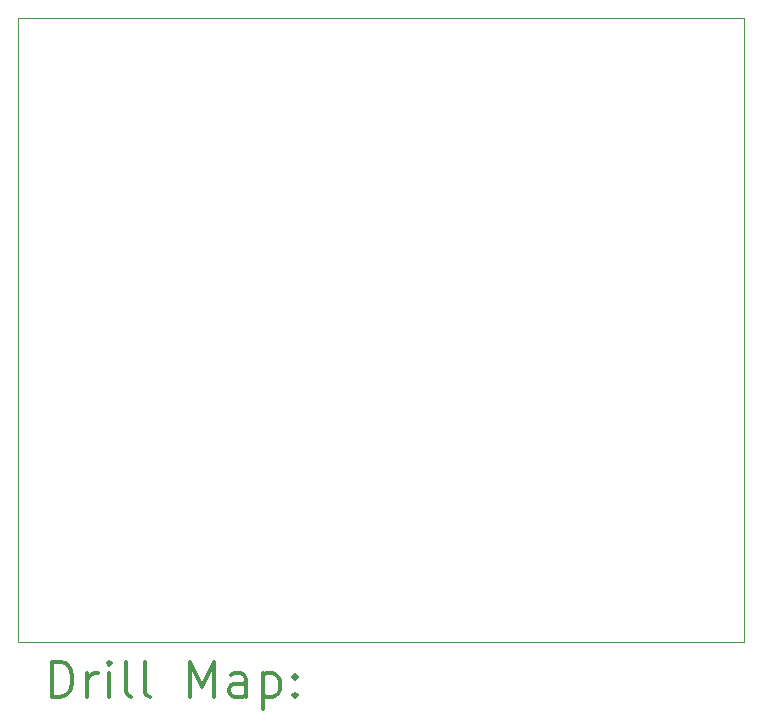
<source format=gbr>
%FSLAX45Y45*%
G04 Gerber Fmt 4.5, Leading zero omitted, Abs format (unit mm)*
G04 Created by KiCad (PCBNEW (5.1.6)-1) date 2022-10-27 10:48:07*
%MOMM*%
%LPD*%
G01*
G04 APERTURE LIST*
%TA.AperFunction,Profile*%
%ADD10C,0.050000*%
%TD*%
%ADD11C,0.200000*%
%ADD12C,0.300000*%
G04 APERTURE END LIST*
D10*
X21005800Y-10541000D02*
X14859000Y-10541000D01*
X21005800Y-5257800D02*
X21005800Y-10541000D01*
X14859000Y-5257800D02*
X14859000Y-10541000D01*
X21005800Y-5257800D02*
X14859000Y-5257800D01*
D11*
D12*
X15142928Y-11009214D02*
X15142928Y-10709214D01*
X15214357Y-10709214D01*
X15257214Y-10723500D01*
X15285786Y-10752072D01*
X15300071Y-10780643D01*
X15314357Y-10837786D01*
X15314357Y-10880643D01*
X15300071Y-10937786D01*
X15285786Y-10966357D01*
X15257214Y-10994929D01*
X15214357Y-11009214D01*
X15142928Y-11009214D01*
X15442928Y-11009214D02*
X15442928Y-10809214D01*
X15442928Y-10866357D02*
X15457214Y-10837786D01*
X15471500Y-10823500D01*
X15500071Y-10809214D01*
X15528643Y-10809214D01*
X15628643Y-11009214D02*
X15628643Y-10809214D01*
X15628643Y-10709214D02*
X15614357Y-10723500D01*
X15628643Y-10737786D01*
X15642928Y-10723500D01*
X15628643Y-10709214D01*
X15628643Y-10737786D01*
X15814357Y-11009214D02*
X15785786Y-10994929D01*
X15771500Y-10966357D01*
X15771500Y-10709214D01*
X15971500Y-11009214D02*
X15942928Y-10994929D01*
X15928643Y-10966357D01*
X15928643Y-10709214D01*
X16314357Y-11009214D02*
X16314357Y-10709214D01*
X16414357Y-10923500D01*
X16514357Y-10709214D01*
X16514357Y-11009214D01*
X16785786Y-11009214D02*
X16785786Y-10852072D01*
X16771500Y-10823500D01*
X16742928Y-10809214D01*
X16685786Y-10809214D01*
X16657214Y-10823500D01*
X16785786Y-10994929D02*
X16757214Y-11009214D01*
X16685786Y-11009214D01*
X16657214Y-10994929D01*
X16642928Y-10966357D01*
X16642928Y-10937786D01*
X16657214Y-10909214D01*
X16685786Y-10894929D01*
X16757214Y-10894929D01*
X16785786Y-10880643D01*
X16928643Y-10809214D02*
X16928643Y-11109214D01*
X16928643Y-10823500D02*
X16957214Y-10809214D01*
X17014357Y-10809214D01*
X17042928Y-10823500D01*
X17057214Y-10837786D01*
X17071500Y-10866357D01*
X17071500Y-10952072D01*
X17057214Y-10980643D01*
X17042928Y-10994929D01*
X17014357Y-11009214D01*
X16957214Y-11009214D01*
X16928643Y-10994929D01*
X17200071Y-10980643D02*
X17214357Y-10994929D01*
X17200071Y-11009214D01*
X17185786Y-10994929D01*
X17200071Y-10980643D01*
X17200071Y-11009214D01*
X17200071Y-10823500D02*
X17214357Y-10837786D01*
X17200071Y-10852072D01*
X17185786Y-10837786D01*
X17200071Y-10823500D01*
X17200071Y-10852072D01*
M02*

</source>
